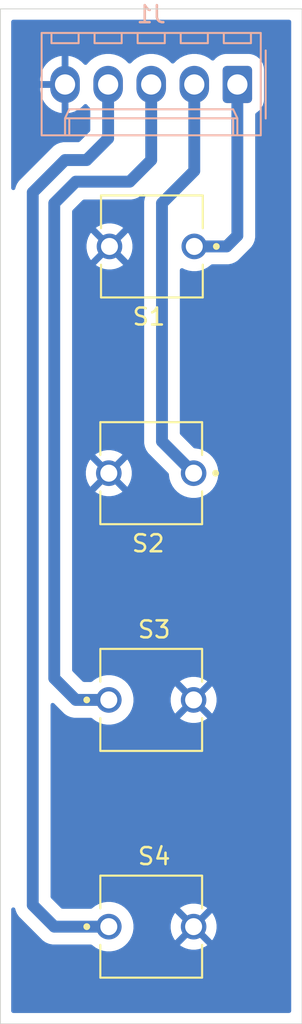
<source format=kicad_pcb>
(kicad_pcb (version 20241229) (generator "pcbnew") (generator_version "9.0")
  (layers (0 "F.Cu" signal) (2 "B.Cu" signal) (13 "F.Paste" user) (15 "B.Paste" user) (5 "F.SilkS" user "F.Silkscreen") (7 "B.SilkS" user "B.Silkscreen") (1 "F.Mask" user) (3 "B.Mask" user) (25 "Edge.Cuts" user))
  (net 0 "")
  (net 1 "Net-(J1-Pin_1)")
  (net 2 "Net-(J1-Pin_3)")
  (net 3 "GND")
  (net 4 "Net-(J1-Pin_4)")
  (net 5 "Net-(J1-Pin_2)")
  (footprint "Snapeda:BUTT-2_SW_BUTT-2" (layer "F.Cu") (at 60.325 42.545 180)
    (property "Reference" "S2" (at 0.175 -4.135 0) (layer "F.SilkS"))
    (property "Value" "Boton 0")
    (fp_line (start 3 3) (end -3 3) (stroke (width 0.127)) (layer "F.SilkS"))
    (fp_line (start 3 1.075) (end 3 3) (stroke (width 0.127)) (layer "F.SilkS"))
    (fp_line (start 3 -3) (end 3 -1.075) (stroke (width 0.127)) (layer "F.SilkS"))
    (fp_line (start -3 3) (end -3 1.075) (stroke (width 0.127)) (layer "F.SilkS"))
    (fp_line (start -3 -1.075) (end -3 -3) (stroke (width 0.127)) (layer "F.SilkS"))
    (fp_line (start -3 -3) (end 3 -3) (stroke (width 0.127)) (layer "F.SilkS"))
    (fp_circle (center -3.8 0) (end -3.7 0) (stroke (width 0.2)) (fill no) (layer "F.SilkS"))
    (pad "1" thru_hole circle (at -2.5 0 180) (size 1.508 1.508) (drill 1) (layers "*.Cu" "*.Mask") (net 5 "Net-(J1-Pin_2)"))
    (pad "2" thru_hole circle (at 2.5 0 180) (size 1.508 1.508) (drill 1) (layers "*.Cu" "*.Mask") (net 3 "GND"))
  )
  (footprint "Snapeda:BUTT-2_SW_BUTT-2" (layer "F.Cu") (at 60.325 69.215)
    (property "Reference" "S4" (at 0.175 -4.135 0) (layer "F.SilkS"))
    (property "Value" "Boton 2")
    (fp_line (start -3 -3) (end 3 -3) (stroke (width 0.127)) (layer "F.SilkS"))
    (fp_line (start -3 -1.075) (end -3 -3) (stroke (width 0.127)) (layer "F.SilkS"))
    (fp_line (start -3 3) (end -3 1.075) (stroke (width 0.127)) (layer "F.SilkS"))
    (fp_line (start 3 -3) (end 3 -1.075) (stroke (width 0.127)) (layer "F.SilkS"))
    (fp_line (start 3 1.075) (end 3 3) (stroke (width 0.127)) (layer "F.SilkS"))
    (fp_line (start 3 3) (end -3 3) (stroke (width 0.127)) (layer "F.SilkS"))
    (fp_circle (center -3.8 0) (end -3.7 0) (stroke (width 0.2)) (fill no) (layer "F.SilkS"))
    (pad "1" thru_hole circle (at -2.5 0) (size 1.508 1.508) (drill 1) (layers "*.Cu" "*.Mask") (net 4 "Net-(J1-Pin_4)"))
    (pad "2" thru_hole circle (at 2.5 0) (size 1.508 1.508) (drill 1) (layers "*.Cu" "*.Mask") (net 3 "GND"))
  )
  (footprint "Snapeda:BUTT-2_SW_BUTT-2" (layer "F.Cu") (at 60.365 29.21 180)
    (property "Reference" "S1" (at 0.175 -4.135 0) (layer "F.SilkS"))
    (property "Value" "Boton Config")
    (fp_line (start 3 3) (end -3 3) (stroke (width 0.127)) (layer "F.SilkS"))
    (fp_line (start 3 1.075) (end 3 3) (stroke (width 0.127)) (layer "F.SilkS"))
    (fp_line (start 3 -3) (end 3 -1.075) (stroke (width 0.127)) (layer "F.SilkS"))
    (fp_line (start -3 3) (end -3 1.075) (stroke (width 0.127)) (layer "F.SilkS"))
    (fp_line (start -3 -1.075) (end -3 -3) (stroke (width 0.127)) (layer "F.SilkS"))
    (fp_line (start -3 -3) (end 3 -3) (stroke (width 0.127)) (layer "F.SilkS"))
    (fp_circle (center -3.8 0) (end -3.7 0) (stroke (width 0.2)) (fill no) (layer "F.SilkS"))
    (pad "1" thru_hole circle (at -2.5 0 180) (size 1.508 1.508) (drill 1) (layers "*.Cu" "*.Mask") (net 1 "Net-(J1-Pin_1)"))
    (pad "2" thru_hole circle (at 2.5 0 180) (size 1.508 1.508) (drill 1) (layers "*.Cu" "*.Mask") (net 3 "GND"))
  )
  (footprint "Snapeda:BUTT-2_SW_BUTT-2" (layer "F.Cu") (at 60.325 55.88)
    (property "Reference" "S3" (at 0.175 -4.135 0) (layer "F.SilkS"))
    (property "Value" "Boton 1")
    (fp_line (start -3 -3) (end 3 -3) (stroke (width 0.127)) (layer "F.SilkS"))
    (fp_line (start -3 -1.075) (end -3 -3) (stroke (width 0.127)) (layer "F.SilkS"))
    (fp_line (start -3 3) (end -3 1.075) (stroke (width 0.127)) (layer "F.SilkS"))
    (fp_line (start 3 -3) (end 3 -1.075) (stroke (width 0.127)) (layer "F.SilkS"))
    (fp_line (start 3 1.075) (end 3 3) (stroke (width 0.127)) (layer "F.SilkS"))
    (fp_line (start 3 3) (end -3 3) (stroke (width 0.127)) (layer "F.SilkS"))
    (fp_circle (center -3.8 0) (end -3.7 0) (stroke (width 0.2)) (fill no) (layer "F.SilkS"))
    (pad "1" thru_hole circle (at -2.5 0) (size 1.508 1.508) (drill 1) (layers "*.Cu" "*.Mask") (net 2 "Net-(J1-Pin_3)"))
    (pad "2" thru_hole circle (at 2.5 0) (size 1.508 1.508) (drill 1) (layers "*.Cu" "*.Mask") (net 3 "GND"))
  )
  (footprint "Connector_Molex:Molex_KK-254_AE-6410-05A_1x05_P2.54mm_Vertical" (layer "B.Cu") (at 65.405 19.685 180)
    (property "Reference" "J1" (at 5.08 4.12 0) (layer "B.SilkS") (effects (justify mirror)))
    (property "Value" "PCB principal")
    (fp_line (start 11.54 3.03) (end -1.38 3.03) (stroke (width 0.12)) (layer "B.SilkS"))
    (fp_line (start 11.54 -2.99) (end 11.54 3.03) (stroke (width 0.12)) (layer "B.SilkS"))
    (fp_line (start 10.96 2.43) (end 10.96 3.03) (stroke (width 0.12)) (layer "B.SilkS"))
    (fp_line (start 10.16 -1.99) (end 10.16 -2.99) (stroke (width 0.12)) (layer "B.SilkS"))
    (fp_line (start 9.91 -1.46) (end 10.16 -1.99) (stroke (width 0.12)) (layer "B.SilkS"))
    (fp_line (start 9.91 -2.99) (end 9.91 -1.99) (stroke (width 0.12)) (layer "B.SilkS"))
    (fp_line (start 9.36 3.03) (end 9.36 2.43) (stroke (width 0.12)) (layer "B.SilkS"))
    (fp_line (start 9.36 2.43) (end 10.96 2.43) (stroke (width 0.12)) (layer "B.SilkS"))
    (fp_line (start 8.42 2.43) (end 8.42 3.03) (stroke (width 0.12)) (layer "B.SilkS"))
    (fp_line (start 6.82 3.03) (end 6.82 2.43) (stroke (width 0.12)) (layer "B.SilkS"))
    (fp_line (start 6.82 2.43) (end 8.42 2.43) (stroke (width 0.12)) (layer "B.SilkS"))
    (fp_line (start 5.88 2.43) (end 5.88 3.03) (stroke (width 0.12)) (layer "B.SilkS"))
    (fp_line (start 4.28 3.03) (end 4.28 2.43) (stroke (width 0.12)) (layer "B.SilkS"))
    (fp_line (start 4.28 2.43) (end 5.88 2.43) (stroke (width 0.12)) (layer "B.SilkS"))
    (fp_line (start 3.34 2.43) (end 3.34 3.03) (stroke (width 0.12)) (layer "B.SilkS"))
    (fp_line (start 1.74 3.03) (end 1.74 2.43) (stroke (width 0.12)) (layer "B.SilkS"))
    (fp_line (start 1.74 2.43) (end 3.34 2.43) (stroke (width 0.12)) (layer "B.SilkS"))
    (fp_line (start 0.8 2.43) (end 0.8 3.03) (stroke (width 0.12)) (layer "B.SilkS"))
    (fp_line (start 0.25 -1.46) (end 9.91 -1.46) (stroke (width 0.12)) (layer "B.SilkS"))
    (fp_line (start 0.25 -2.99) (end 0.25 -1.99) (stroke (width 0.12)) (layer "B.SilkS"))
    (fp_line (start 0 -1.99) (end 10.16 -1.99) (stroke (width 0.12)) (layer "B.SilkS"))
    (fp_line (start 0 -1.99) (end 0.25 -1.46) (stroke (width 0.12)) (layer "B.SilkS"))
    (fp_line (start 0 -2.99) (end 0 -1.99) (stroke (width 0.12)) (layer "B.SilkS"))
    (fp_line (start -0.8 3.03) (end -0.8 2.43) (stroke (width 0.12)) (layer "B.SilkS"))
    (fp_line (start -0.8 2.43) (end 0.8 2.43) (stroke (width 0.12)) (layer "B.SilkS"))
    (fp_line (start -1.38 3.03) (end -1.38 -2.99) (stroke (width 0.12)) (layer "B.SilkS"))
    (fp_line (start -1.38 -2.99) (end 11.54 -2.99) (stroke (width 0.12)) (layer "B.SilkS"))
    (fp_line (start -1.67 2) (end -1.67 -2) (stroke (width 0.12)) (layer "B.SilkS"))
    (pad "1" thru_hole roundrect (at 0 0 180) (size 1.74 2.19) (drill 1.19) (layers "*.Cu" "*.Mask") (roundrect_rratio 0.143678) (net 1 "Net-(J1-Pin_1)"))
    (pad "2" thru_hole oval (at 2.54 0 180) (size 1.74 2.19) (drill 1.19) (layers "*.Cu" "*.Mask") (net 5 "Net-(J1-Pin_2)"))
    (pad "3" thru_hole oval (at 5.08 0 180) (size 1.74 2.19) (drill 1.19) (layers "*.Cu" "*.Mask") (net 2 "Net-(J1-Pin_3)"))
    (pad "4" thru_hole oval (at 7.62 0 180) (size 1.74 2.19) (drill 1.19) (layers "*.Cu" "*.Mask") (net 4 "Net-(J1-Pin_4)"))
    (pad "5" thru_hole oval (at 10.16 0 180) (size 1.74 2.19) (drill 1.19) (layers "*.Cu" "*.Mask") (net 3 "GND"))
  )
  (gr_rect (start 51.435 15.24) (end 69.215 74.93) (stroke (width 0.05)) (fill no) (layer "Edge.Cuts"))
  (segment (start 65.405 28.575) (end 64.77 29.21) (width 0.7) (layer "B.Cu") (net 1))
  (segment (start 65.405 19.685) (end 65.405 28.575) (width 0.7) (layer "B.Cu") (net 1))
  (segment (start 64.77 29.21) (end 62.865 29.21) (width 0.7) (layer "B.Cu") (net 1))
  (segment (start 59.055 25.4) (end 55.88 25.4) (width 0.7) (layer "B.Cu") (net 2))
  (segment (start 60.325 24.13) (end 59.055 25.4) (width 0.7) (layer "B.Cu") (net 2))
  (segment (start 55.88 25.4) (end 54.61 26.67) (width 0.7) (layer "B.Cu") (net 2))
  (segment (start 54.61 54.61) (end 55.88 55.88) (width 0.7) (layer "B.Cu") (net 2))
  (segment (start 60.325 19.685) (end 60.325 24.13) (width 0.7) (layer "B.Cu") (net 2))
  (segment (start 55.88 55.88) (end 57.825 55.88) (width 0.7) (layer "B.Cu") (net 2))
  (segment (start 54.61 26.67) (end 54.61 54.61) (width 0.7) (layer "B.Cu") (net 2))
  (segment (start 53.34 26.035) (end 53.34 67.945) (width 0.7) (layer "B.Cu") (net 4))
  (segment (start 53.34 67.945) (end 54.61 69.215) (width 0.7) (layer "B.Cu") (net 4))
  (segment (start 57.785 19.685) (end 57.785 22.86) (width 0.7) (layer "B.Cu") (net 4))
  (segment (start 55.245 24.13) (end 53.34 26.035) (width 0.7) (layer "B.Cu") (net 4))
  (segment (start 56.515 24.13) (end 55.245 24.13) (width 0.7) (layer "B.Cu") (net 4))
  (segment (start 54.61 69.215) (end 57.825 69.215) (width 0.7) (layer "B.Cu") (net 4))
  (segment (start 57.785 22.86) (end 56.515 24.13) (width 0.7) (layer "B.Cu") (net 4))
  (segment (start 60.96 26.67) (end 60.96 40.68) (width 0.7) (layer "B.Cu") (net 5))
  (segment (start 62.865 19.685) (end 62.865 24.765) (width 0.7) (layer "B.Cu") (net 5))
  (segment (start 62.865 24.765) (end 60.96 26.67) (width 0.7) (layer "B.Cu") (net 5))
  (segment (start 60.96 40.68) (end 62.825 42.545) (width 0.7) (layer "B.Cu") (net 5))
  (zone (net 3) (net_name "GND") (layer "B.Cu") (connect_pads (clearance 0.7)) (min_thickness 0.25) (fill yes (thermal_gap 0.6) (thermal_bridge_width 0.4))
    (polygon (pts (xy 68.58 15.875) (xy 52.07 15.875) (xy 52.07 74.295) (xy 68.58 74.295)))
  )
)
</source>
